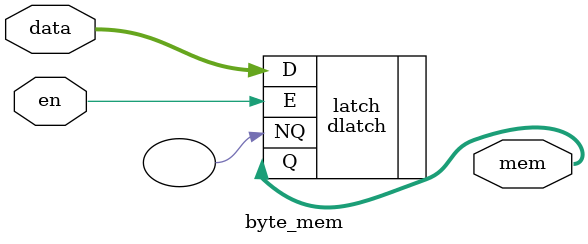
<source format=v>
`timescale 1ns / 1ps


module byte_mem(
    input [7:0] data,
    input en,
    output [7:0] mem
    );
    dlatch latch(
    .D(data),
    .E(en),
    .Q(mem),
    .NQ()
    );
endmodule

</source>
